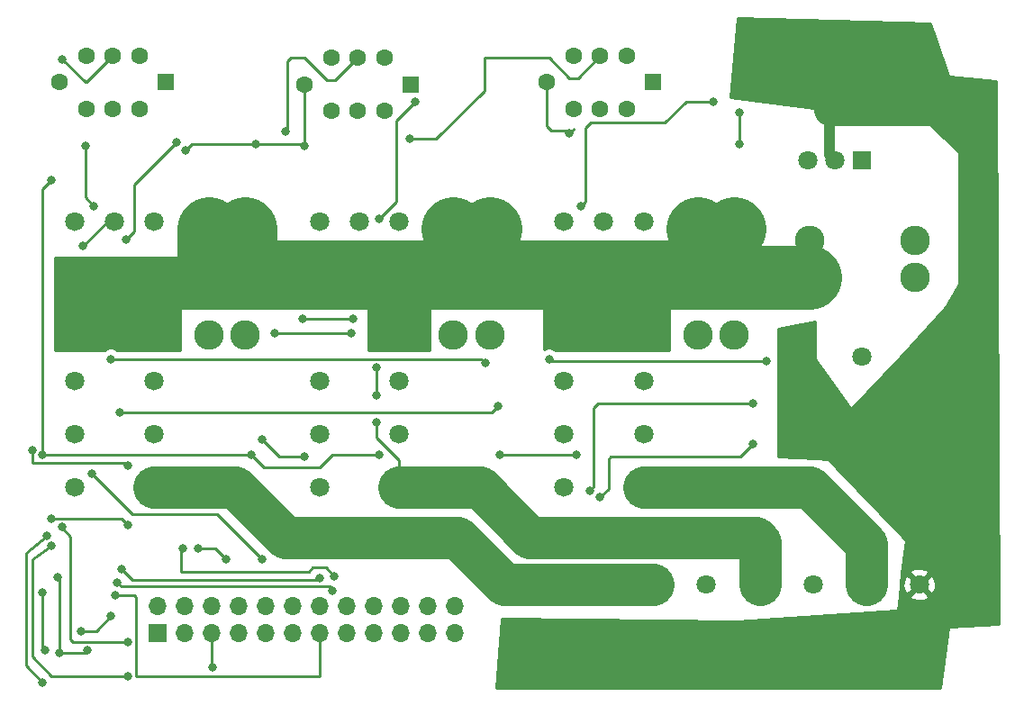
<source format=gbr>
%TF.GenerationSoftware,KiCad,Pcbnew,(5.1.9-0-10_14)*%
%TF.CreationDate,2021-04-23T09:03:30-07:00*%
%TF.ProjectId,thundipiswitch2,7468756e-6469-4706-9973-776974636832,rev?*%
%TF.SameCoordinates,Original*%
%TF.FileFunction,Copper,L2,Bot*%
%TF.FilePolarity,Positive*%
%FSLAX46Y46*%
G04 Gerber Fmt 4.6, Leading zero omitted, Abs format (unit mm)*
G04 Created by KiCad (PCBNEW (5.1.9-0-10_14)) date 2021-04-23 09:03:30*
%MOMM*%
%LPD*%
G01*
G04 APERTURE LIST*
%TA.AperFunction,ComponentPad*%
%ADD10C,1.600000*%
%TD*%
%TA.AperFunction,ComponentPad*%
%ADD11R,1.600000X1.600000*%
%TD*%
%TA.AperFunction,ComponentPad*%
%ADD12O,1.700000X1.700000*%
%TD*%
%TA.AperFunction,ComponentPad*%
%ADD13R,1.700000X1.700000*%
%TD*%
%TA.AperFunction,ComponentPad*%
%ADD14R,1.800000X1.800000*%
%TD*%
%TA.AperFunction,ComponentPad*%
%ADD15C,1.800000*%
%TD*%
%TA.AperFunction,ComponentPad*%
%ADD16C,1.808000*%
%TD*%
%TA.AperFunction,ComponentPad*%
%ADD17C,1.803400*%
%TD*%
%TA.AperFunction,ComponentPad*%
%ADD18C,2.780000*%
%TD*%
%TA.AperFunction,ViaPad*%
%ADD19C,0.800000*%
%TD*%
%TA.AperFunction,Conductor*%
%ADD20C,0.250000*%
%TD*%
%TA.AperFunction,Conductor*%
%ADD21C,6.000000*%
%TD*%
%TA.AperFunction,Conductor*%
%ADD22C,3.000000*%
%TD*%
%TA.AperFunction,Conductor*%
%ADD23C,1.000000*%
%TD*%
%TA.AperFunction,Conductor*%
%ADD24C,4.000000*%
%TD*%
%TA.AperFunction,Conductor*%
%ADD25C,0.254000*%
%TD*%
%TA.AperFunction,Conductor*%
%ADD26C,0.100000*%
%TD*%
G04 APERTURE END LIST*
D10*
%TO.P,S2,1*%
%TO.N,Net-(S2-Pad1)*%
X127100000Y-59700000D03*
%TO.P,S2,2*%
%TO.N,/Button1*%
X124600000Y-59700000D03*
%TO.P,S2,3*%
%TO.N,GND*%
X122100000Y-59700000D03*
%TO.P,S2,4*%
%TO.N,Net-(S2-Pad4)*%
X127100000Y-64700000D03*
%TO.P,S2,5*%
%TO.N,Net-(S2-Pad5)*%
X124600000Y-64700000D03*
%TO.P,S2,6*%
%TO.N,Net-(S2-Pad6)*%
X122100000Y-64700000D03*
D11*
%TO.P,S2,L1*%
%TO.N,Net-(R8-Pad2)*%
X129600000Y-62200000D03*
D10*
%TO.P,S2,L2*%
%TO.N,GND*%
X119600000Y-62200000D03*
%TD*%
%TO.P,S1,1*%
%TO.N,Net-(S1-Pad1)*%
X150100000Y-59900000D03*
%TO.P,S1,2*%
%TO.N,/Button2*%
X147600000Y-59900000D03*
%TO.P,S1,3*%
%TO.N,GND*%
X145100000Y-59900000D03*
%TO.P,S1,4*%
%TO.N,Net-(S1-Pad4)*%
X150100000Y-64900000D03*
%TO.P,S1,5*%
%TO.N,Net-(S1-Pad5)*%
X147600000Y-64900000D03*
%TO.P,S1,6*%
%TO.N,Net-(S1-Pad6)*%
X145100000Y-64900000D03*
D11*
%TO.P,S1,L1*%
%TO.N,Net-(R6-Pad2)*%
X152600000Y-62400000D03*
D10*
%TO.P,S1,L2*%
%TO.N,GND*%
X142600000Y-62400000D03*
%TD*%
%TO.P,S3,1*%
%TO.N,Net-(S3-Pad1)*%
X172900000Y-59700000D03*
%TO.P,S3,2*%
%TO.N,/Button3*%
X170400000Y-59700000D03*
%TO.P,S3,3*%
%TO.N,GND*%
X167900000Y-59700000D03*
%TO.P,S3,4*%
%TO.N,Net-(S3-Pad4)*%
X172900000Y-64700000D03*
%TO.P,S3,5*%
%TO.N,Net-(S3-Pad5)*%
X170400000Y-64700000D03*
%TO.P,S3,6*%
%TO.N,Net-(S3-Pad6)*%
X167900000Y-64700000D03*
D11*
%TO.P,S3,L1*%
%TO.N,Net-(R12-Pad2)*%
X175400000Y-62200000D03*
D10*
%TO.P,S3,L2*%
%TO.N,GND*%
X165400000Y-62200000D03*
%TD*%
D12*
%TO.P,J2,24*%
%TO.N,Net-(J2-Pad24)*%
X156740000Y-111460000D03*
%TO.P,J2,23*%
%TO.N,Net-(J2-Pad23)*%
X156740000Y-114000000D03*
%TO.P,J2,22*%
%TO.N,Net-(J2-Pad22)*%
X154200000Y-111460000D03*
%TO.P,J2,21*%
%TO.N,Net-(J2-Pad21)*%
X154200000Y-114000000D03*
%TO.P,J2,20*%
%TO.N,Net-(J2-Pad20)*%
X151660000Y-111460000D03*
%TO.P,J2,19*%
%TO.N,Net-(J2-Pad19)*%
X151660000Y-114000000D03*
%TO.P,J2,18*%
%TO.N,Net-(J2-Pad18)*%
X149120000Y-111460000D03*
%TO.P,J2,17*%
%TO.N,Net-(J2-Pad17)*%
X149120000Y-114000000D03*
%TO.P,J2,16*%
%TO.N,/INA3221_TC*%
X146580000Y-111460000D03*
%TO.P,J2,15*%
%TO.N,/INA3221_CRITICAL*%
X146580000Y-114000000D03*
%TO.P,J2,14*%
%TO.N,/INA3221_PV*%
X144040000Y-111460000D03*
%TO.P,J2,13*%
%TO.N,/INA3221_WARNING*%
X144040000Y-114000000D03*
%TO.P,J2,12*%
%TO.N,/SDA*%
X141500000Y-111460000D03*
%TO.P,J2,11*%
%TO.N,/SCL*%
X141500000Y-114000000D03*
%TO.P,J2,10*%
%TO.N,Net-(J2-Pad10)*%
X138960000Y-111460000D03*
%TO.P,J2,9*%
%TO.N,/Button3*%
X138960000Y-114000000D03*
%TO.P,J2,8*%
%TO.N,/Button2*%
X136420000Y-111460000D03*
%TO.P,J2,7*%
%TO.N,/Button1*%
X136420000Y-114000000D03*
%TO.P,J2,6*%
%TO.N,GND*%
X133880000Y-111460000D03*
%TO.P,J2,5*%
X133880000Y-114000000D03*
%TO.P,J2,4*%
%TO.N,+3V3*%
X131340000Y-111460000D03*
%TO.P,J2,3*%
%TO.N,+5V*%
X131340000Y-114000000D03*
%TO.P,J2,2*%
%TO.N,+3V3*%
X128800000Y-111460000D03*
D13*
%TO.P,J2,1*%
%TO.N,+5V*%
X128800000Y-114000000D03*
%TD*%
D14*
%TO.P,U1,1*%
%TO.N,+12V*%
X195000000Y-69500000D03*
D15*
%TO.P,U1,2*%
%TO.N,GND*%
X192460000Y-69500000D03*
%TO.P,U1,3*%
%TO.N,+5V*%
X189920000Y-69500000D03*
%TD*%
D16*
%TO.P,K3,1*%
%TO.N,Net-(D5-Pad2)*%
X167000000Y-75300008D03*
%TO.P,K3,2*%
%TO.N,Net-(K3-Pad2)*%
X167000000Y-90300008D03*
%TO.P,K3,3*%
%TO.N,Net-(K3-Pad3)*%
X167000000Y-95300008D03*
%TO.P,K3,4*%
%TO.N,Net-(K3-Pad4)*%
X167000000Y-100300008D03*
%TO.P,K3,5*%
%TO.N,/Relay3_NO*%
X174500000Y-100300008D03*
%TO.P,K3,6*%
%TO.N,/Relay3_C*%
X174500000Y-95300008D03*
%TO.P,K3,7*%
%TO.N,/Relay3_NC*%
X174500000Y-90300008D03*
%TO.P,K3,8*%
%TO.N,Net-(D6-Pad2)*%
X174500000Y-75300008D03*
%TO.P,K3,9*%
%TO.N,+5V*%
X170750000Y-75300008D03*
%TD*%
%TO.P,K2,1*%
%TO.N,Net-(D3-Pad2)*%
X144000000Y-75300008D03*
%TO.P,K2,2*%
%TO.N,Net-(K2-Pad2)*%
X144000000Y-90300008D03*
%TO.P,K2,3*%
%TO.N,Net-(K2-Pad3)*%
X144000000Y-95300008D03*
%TO.P,K2,4*%
%TO.N,Net-(K2-Pad4)*%
X144000000Y-100300008D03*
%TO.P,K2,5*%
%TO.N,/Relay2_NO*%
X151500000Y-100300008D03*
%TO.P,K2,6*%
%TO.N,/Relay2_C*%
X151500000Y-95300008D03*
%TO.P,K2,7*%
%TO.N,/Relay2_NC*%
X151500000Y-90300008D03*
%TO.P,K2,8*%
%TO.N,Net-(D4-Pad2)*%
X151500000Y-75300008D03*
%TO.P,K2,9*%
%TO.N,+5V*%
X147750000Y-75300008D03*
%TD*%
%TO.P,K1,1*%
%TO.N,Net-(D1-Pad2)*%
X121000000Y-75300008D03*
%TO.P,K1,2*%
%TO.N,Net-(K1-Pad2)*%
X121000000Y-90300008D03*
%TO.P,K1,3*%
%TO.N,Net-(K1-Pad3)*%
X121000000Y-95300008D03*
%TO.P,K1,4*%
%TO.N,Net-(K1-Pad4)*%
X121000000Y-100300008D03*
%TO.P,K1,5*%
%TO.N,/Relay1_NO*%
X128500000Y-100300008D03*
%TO.P,K1,6*%
%TO.N,/Relay1_C*%
X128500000Y-95300008D03*
%TO.P,K1,7*%
%TO.N,/Relay1_NC*%
X128500000Y-90300008D03*
%TO.P,K1,8*%
%TO.N,Net-(D2-Pad2)*%
X128500000Y-75300008D03*
%TO.P,K1,9*%
%TO.N,+5V*%
X124750000Y-75300008D03*
%TD*%
D17*
%TO.P,J4,1*%
%TO.N,/Relay1_NO*%
X175400000Y-109400000D03*
%TO.P,J4,2*%
%TO.N,GND*%
X180400000Y-109400000D03*
%TO.P,J4,3*%
%TO.N,/Relay2_NO*%
X185400000Y-109400000D03*
%TO.P,J4,4*%
%TO.N,GND*%
X190400001Y-109400000D03*
%TO.P,J4,5*%
%TO.N,/Relay3_NO*%
X195400001Y-109400000D03*
%TO.P,J4,6*%
%TO.N,GND*%
X200400001Y-109400000D03*
%TD*%
%TO.P,J1,2*%
%TO.N,Net-(F4-Pad1)*%
X195000000Y-87979999D03*
%TO.P,J1,1*%
%TO.N,GND*%
X195000000Y-97500000D03*
%TD*%
D18*
%TO.P,F3,2*%
%TO.N,Net-(F3-Pad2)*%
X179600000Y-85920000D03*
X183000000Y-85920000D03*
%TO.P,F3,1*%
%TO.N,+12V*%
X179600000Y-76000000D03*
X183000000Y-76000000D03*
%TD*%
%TO.P,F2,2*%
%TO.N,Net-(F2-Pad2)*%
X156600000Y-85920000D03*
X160000000Y-85920000D03*
%TO.P,F2,1*%
%TO.N,+12V*%
X156600000Y-76000000D03*
X160000000Y-76000000D03*
%TD*%
%TO.P,F4,2*%
%TO.N,+12V*%
X190080000Y-77100000D03*
X190080000Y-80500000D03*
%TO.P,F4,1*%
%TO.N,Net-(F4-Pad1)*%
X200000000Y-77100000D03*
X200000000Y-80500000D03*
%TD*%
%TO.P,F1,2*%
%TO.N,Net-(F1-Pad2)*%
X133600000Y-85920000D03*
X137000000Y-85920000D03*
%TO.P,F1,1*%
%TO.N,+12V*%
X133600000Y-76000000D03*
X137000000Y-76000000D03*
%TD*%
D19*
%TO.N,+5V*%
X126000000Y-114800000D03*
X121800000Y-77600000D03*
X119800000Y-104000000D03*
%TO.N,+12V*%
X123600000Y-80600000D03*
%TO.N,GND*%
X168200000Y-97200000D03*
X161000000Y-97200000D03*
X137600000Y-97200000D03*
X149600000Y-97200000D03*
X118000000Y-97200000D03*
X118000000Y-110200000D03*
X118200000Y-115600000D03*
X134000000Y-117200000D03*
X118800000Y-71400000D03*
X138000000Y-68000000D03*
X131400000Y-68600000D03*
X142600000Y-68200000D03*
X167500000Y-67000000D03*
X183500000Y-68000000D03*
X183500000Y-65000000D03*
%TO.N,/Relay3_SET*%
X165600000Y-88200000D03*
X186000000Y-88400000D03*
%TO.N,/Relay2_RESET*%
X142400000Y-84400000D03*
X147200000Y-84400000D03*
%TO.N,/Relay1_RESET*%
X138600000Y-107000000D03*
X122600000Y-99000000D03*
X122800000Y-73800000D03*
X122000000Y-68200000D03*
%TO.N,/Relay1_SET*%
X139800000Y-85800000D03*
X147000000Y-85800000D03*
%TO.N,/INA3221_TC*%
X145400000Y-108600000D03*
X131200000Y-106000000D03*
%TO.N,/INA3221_CRITICAL*%
X145200000Y-110000000D03*
X125000000Y-109200000D03*
%TO.N,/INA3221_PV*%
X144000000Y-108800000D03*
X125400000Y-108000000D03*
%TO.N,/INA3221_WARNING*%
X124800000Y-110400000D03*
%TO.N,+3V3*%
X121600000Y-113800000D03*
X124400000Y-112400000D03*
X117000000Y-96800000D03*
X126000000Y-98200000D03*
X122200000Y-115600000D03*
X119600000Y-115800000D03*
X119400000Y-108700000D03*
%TO.N,/Relay3_NO*%
X168600000Y-73800000D03*
X181000000Y-64000000D03*
%TO.N,/Relay2_NO*%
X149600000Y-75000000D03*
X149400000Y-89000000D03*
X149400000Y-91600000D03*
X149400000Y-94200000D03*
X153000000Y-64000000D03*
%TO.N,/Relay1_NO*%
X125800000Y-77000000D03*
X130600000Y-67800000D03*
%TO.N,/Button3*%
X152500000Y-67500000D03*
%TO.N,/Button2*%
X140800000Y-66800000D03*
%TO.N,/Button1*%
X135200000Y-107000000D03*
X132600000Y-106000000D03*
X126000000Y-103800000D03*
X118800000Y-103200000D03*
X119800000Y-60000000D03*
%TO.N,Net-(R1-Pad3)*%
X142600000Y-97400000D03*
X138600000Y-95800000D03*
%TO.N,Net-(R2-Pad2)*%
X159600000Y-88600000D03*
X124400000Y-88200000D03*
%TO.N,Net-(R2-Pad3)*%
X125200000Y-93200000D03*
X160800000Y-92600000D03*
%TO.N,Net-(R3-Pad2)*%
X184800000Y-92400000D03*
X169400000Y-100600000D03*
X118800000Y-105800000D03*
X126000000Y-118000000D03*
%TO.N,Net-(R3-Pad3)*%
X184800000Y-96200000D03*
X170400000Y-101200000D03*
X118400000Y-104800000D03*
X118000000Y-118600000D03*
%TD*%
D20*
%TO.N,+5V*%
X120800000Y-114800000D02*
X126000000Y-114800000D01*
X120600000Y-114600000D02*
X120800000Y-114800000D01*
X120600000Y-109400000D02*
X120600000Y-109600000D01*
X120600000Y-109600000D02*
X120600000Y-114600000D01*
X124099992Y-75300008D02*
X124750000Y-75300008D01*
X121800000Y-77600000D02*
X124099992Y-75300008D01*
X119800000Y-104200000D02*
X119800000Y-104000000D01*
X119800000Y-104000000D02*
X119800000Y-104100000D01*
X120600000Y-104900000D02*
X120600000Y-109600000D01*
X119800000Y-104100000D02*
X120600000Y-104900000D01*
D21*
%TO.N,+12V*%
X190080000Y-80500000D02*
X181500000Y-80500000D01*
X181500000Y-80500000D02*
X158500000Y-80500000D01*
X158500000Y-80500000D02*
X135800000Y-80500000D01*
X135800000Y-80500000D02*
X135500000Y-80500000D01*
X133600000Y-78600000D02*
X133600000Y-76000000D01*
X135500000Y-80500000D02*
X133600000Y-78600000D01*
X137000000Y-76000000D02*
X137000000Y-79000000D01*
X137000000Y-79000000D02*
X135500000Y-80500000D01*
X158500000Y-80500000D02*
X158500000Y-77900000D01*
X158500000Y-77900000D02*
X156600000Y-76000000D01*
X158500000Y-80500000D02*
X158500000Y-77500000D01*
X158500000Y-77500000D02*
X160000000Y-76000000D01*
X181500000Y-80500000D02*
X181500000Y-77900000D01*
X181500000Y-77900000D02*
X179600000Y-76000000D01*
X181500000Y-80500000D02*
X181500000Y-77500000D01*
X181500000Y-77500000D02*
X183000000Y-76000000D01*
D20*
X131700000Y-80500000D02*
X133600000Y-78600000D01*
X123700000Y-80500000D02*
X131700000Y-80500000D01*
X123600000Y-80600000D02*
X123700000Y-80500000D01*
%TO.N,GND*%
X168200000Y-97200000D02*
X168200000Y-97200000D01*
X168200000Y-97200000D02*
X161000000Y-97200000D01*
X137600000Y-97200000D02*
X138800000Y-98400000D01*
X149600000Y-97200000D02*
X145200000Y-97200000D01*
X145200000Y-97200000D02*
X144000000Y-98400000D01*
X144000000Y-98400000D02*
X138800000Y-98400000D01*
X137600000Y-97200000D02*
X118000000Y-97200000D01*
X133880000Y-114000000D02*
X133880000Y-117080000D01*
X118000000Y-115400000D02*
X118000000Y-110200000D01*
X118200000Y-115600000D02*
X118000000Y-115400000D01*
X133880000Y-117080000D02*
X134000000Y-117200000D01*
X118000000Y-97200000D02*
X118000000Y-72200000D01*
X118000000Y-72200000D02*
X118800000Y-71400000D01*
X132000000Y-68000000D02*
X138000000Y-68000000D01*
X131400000Y-68600000D02*
X132000000Y-68000000D01*
X138000000Y-68000000D02*
X142400000Y-68000000D01*
X142400000Y-68000000D02*
X142600000Y-68200000D01*
X142600000Y-68200000D02*
X142600000Y-62400000D01*
X167500000Y-67000000D02*
X167800000Y-66700000D01*
X167800000Y-66700000D02*
X167900000Y-66600000D01*
X183500000Y-65000000D02*
X183500000Y-68000000D01*
D22*
X195000000Y-97500000D02*
X196000000Y-97500000D01*
D23*
X192000000Y-69040000D02*
X192460000Y-69500000D01*
X192000000Y-64750000D02*
X192000000Y-69040000D01*
D22*
X196000000Y-97500000D02*
X206000000Y-87500000D01*
X206000000Y-87500000D02*
X206000000Y-67750000D01*
X206000000Y-67750000D02*
X203000000Y-64750000D01*
X203000000Y-64750000D02*
X192000000Y-64750000D01*
D20*
X167800000Y-66700000D02*
X165800000Y-66700000D01*
X165400000Y-66300000D02*
X165400000Y-62200000D01*
X165800000Y-66700000D02*
X165400000Y-66300000D01*
%TO.N,/Relay3_SET*%
X165600000Y-88200000D02*
X165800000Y-88400000D01*
X165800000Y-88400000D02*
X186000000Y-88400000D01*
%TO.N,/Relay2_RESET*%
X147200000Y-84400000D02*
X142400000Y-84400000D01*
%TO.N,/Relay1_RESET*%
X138600000Y-107000000D02*
X134400000Y-102800000D01*
X134400000Y-102800000D02*
X126400000Y-102800000D01*
X126400000Y-102800000D02*
X122600000Y-99000000D01*
X122800000Y-73800000D02*
X122000000Y-73000000D01*
X122000000Y-73000000D02*
X122000000Y-68200000D01*
%TO.N,/Relay1_SET*%
X147000000Y-85800000D02*
X139800000Y-85800000D01*
%TO.N,/INA3221_TC*%
X144600000Y-107800000D02*
X145400000Y-108600000D01*
X143400000Y-107800000D02*
X144600000Y-107800000D01*
X143000000Y-108200000D02*
X143400000Y-107800000D01*
X131000000Y-108200000D02*
X143000000Y-108200000D01*
X131200000Y-106000000D02*
X131000000Y-106200000D01*
X131000000Y-106200000D02*
X131000000Y-108200000D01*
%TO.N,/INA3221_CRITICAL*%
X145200000Y-109800000D02*
X145200000Y-110000000D01*
X145000000Y-109600000D02*
X145200000Y-109800000D01*
X132000000Y-109600000D02*
X145000000Y-109600000D01*
X125000000Y-109200000D02*
X125400000Y-109600000D01*
X125400000Y-109600000D02*
X132000000Y-109600000D01*
%TO.N,/INA3221_PV*%
X144000000Y-109000000D02*
X144000000Y-108800000D01*
X131600000Y-109000000D02*
X144000000Y-109000000D01*
X126400000Y-109000000D02*
X131600000Y-109000000D01*
X125400000Y-108000000D02*
X126400000Y-109000000D01*
%TO.N,/INA3221_WARNING*%
X144040000Y-117960000D02*
X144040000Y-114000000D01*
X144000000Y-118000000D02*
X144040000Y-117960000D01*
X126800000Y-118000000D02*
X144000000Y-118000000D01*
X126800000Y-115600000D02*
X126800000Y-118000000D01*
X124800000Y-110400000D02*
X126600000Y-110400000D01*
X126600000Y-110400000D02*
X126800000Y-110600000D01*
X126800000Y-110600000D02*
X126800000Y-115600000D01*
%TO.N,+3V3*%
X123000000Y-113800000D02*
X121600000Y-113800000D01*
X124400000Y-112400000D02*
X123000000Y-113800000D01*
X117000000Y-98000000D02*
X117000000Y-96800000D01*
X118400000Y-98000000D02*
X117000000Y-98000000D01*
X125800000Y-98000000D02*
X118400000Y-98000000D01*
X126000000Y-98200000D02*
X125800000Y-98000000D01*
X122200000Y-115600000D02*
X122000000Y-115800000D01*
X122000000Y-115800000D02*
X119600000Y-115800000D01*
X119600000Y-115800000D02*
X119600000Y-108900000D01*
X119600000Y-108900000D02*
X119400000Y-108700000D01*
D24*
%TO.N,/Relay3_NO*%
X174500000Y-100300008D02*
X190100008Y-100300008D01*
X195400001Y-105600001D02*
X195400001Y-109400000D01*
X190100008Y-100300008D02*
X195400001Y-105600001D01*
D20*
X169000000Y-73400000D02*
X169000000Y-67500000D01*
X169000000Y-67500000D02*
X169000000Y-67200000D01*
X168600000Y-73800000D02*
X169000000Y-73400000D01*
X169000000Y-67500000D02*
X169000000Y-66500000D01*
X178500000Y-64000000D02*
X181000000Y-64000000D01*
X176500000Y-66000000D02*
X178500000Y-64000000D01*
X169500000Y-66000000D02*
X176500000Y-66000000D01*
X169000000Y-66500000D02*
X169500000Y-66000000D01*
D24*
%TO.N,/Relay2_NO*%
X151500000Y-100300008D02*
X159100008Y-100300008D01*
X185400000Y-105400000D02*
X185400000Y-109400000D01*
X185000000Y-105000000D02*
X185400000Y-105400000D01*
X163800000Y-105000000D02*
X185000000Y-105000000D01*
X159100008Y-100300008D02*
X163800000Y-105000000D01*
D20*
X151500000Y-100300008D02*
X151500000Y-97700000D01*
X151200000Y-73400000D02*
X151200000Y-66500000D01*
X151200000Y-66500000D02*
X151200000Y-66400000D01*
X149600000Y-75000000D02*
X151200000Y-73400000D01*
X149400000Y-91600000D02*
X149400000Y-89000000D01*
X149400000Y-95600000D02*
X149400000Y-94200000D01*
X151500000Y-97700000D02*
X149400000Y-95600000D01*
X151200000Y-66500000D02*
X151200000Y-65800000D01*
X151200000Y-65800000D02*
X153000000Y-64000000D01*
D24*
%TO.N,/Relay1_NO*%
X128500000Y-100300008D02*
X136100008Y-100300008D01*
X161400000Y-109400000D02*
X175400000Y-109400000D01*
X157000000Y-105000000D02*
X161400000Y-109400000D01*
X140800000Y-105000000D02*
X157000000Y-105000000D01*
X136100008Y-100300008D02*
X140800000Y-105000000D01*
D20*
X125800000Y-77000000D02*
X126600000Y-76200000D01*
X126600000Y-76200000D02*
X126600000Y-71800000D01*
X126600000Y-71800000D02*
X130600000Y-67800000D01*
%TO.N,/Button3*%
X159500000Y-63000000D02*
X159500000Y-60600000D01*
X159500000Y-60600000D02*
X159500000Y-60500000D01*
X155000000Y-67500000D02*
X159500000Y-63000000D01*
X152500000Y-67500000D02*
X155000000Y-67500000D01*
X159500000Y-60600000D02*
X159500000Y-59900000D01*
X168300000Y-61800000D02*
X170400000Y-59700000D01*
X167500000Y-61800000D02*
X168300000Y-61800000D01*
X165600000Y-59900000D02*
X167500000Y-61800000D01*
X159500000Y-59900000D02*
X165600000Y-59900000D01*
%TO.N,/Button2*%
X145500000Y-62000000D02*
X147600000Y-59900000D01*
X144700000Y-62000000D02*
X145500000Y-62000000D01*
X142600000Y-59900000D02*
X144700000Y-62000000D01*
X141300000Y-59900000D02*
X142600000Y-59900000D01*
X140800000Y-66800000D02*
X141000000Y-66600000D01*
X141000000Y-66600000D02*
X141000000Y-60200000D01*
X141000000Y-60200000D02*
X141300000Y-59900000D01*
%TO.N,/Button1*%
X135200000Y-107000000D02*
X134200000Y-106000000D01*
X134200000Y-106000000D02*
X132600000Y-106000000D01*
X126000000Y-103800000D02*
X125400000Y-103200000D01*
X125400000Y-103200000D02*
X118800000Y-103200000D01*
X122100000Y-62200000D02*
X124600000Y-59700000D01*
X122000000Y-62200000D02*
X122100000Y-62200000D01*
X119800000Y-60000000D02*
X122000000Y-62200000D01*
%TO.N,Net-(R1-Pad3)*%
X140200000Y-97400000D02*
X142600000Y-97400000D01*
X138600000Y-95800000D02*
X140200000Y-97400000D01*
%TO.N,Net-(R2-Pad2)*%
X159200000Y-88200000D02*
X131600000Y-88200000D01*
X159600000Y-88600000D02*
X159200000Y-88200000D01*
X124400000Y-88200000D02*
X131600000Y-88200000D01*
%TO.N,Net-(R2-Pad3)*%
X160200000Y-93200000D02*
X125200000Y-93200000D01*
X160800000Y-92600000D02*
X160200000Y-93200000D01*
%TO.N,Net-(R3-Pad2)*%
X170200000Y-92400000D02*
X184800000Y-92400000D01*
X169800000Y-92800000D02*
X170200000Y-92400000D01*
X169800000Y-100200000D02*
X169800000Y-92800000D01*
X169400000Y-100600000D02*
X169800000Y-100200000D01*
X118800000Y-118000000D02*
X120600000Y-118000000D01*
X117000000Y-116200000D02*
X118800000Y-118000000D01*
X117000000Y-107000000D02*
X117000000Y-108750000D01*
X117000000Y-108750000D02*
X117000000Y-116200000D01*
X118800000Y-105800000D02*
X117000000Y-107000000D01*
X120600000Y-118000000D02*
X126000000Y-118000000D01*
%TO.N,Net-(R3-Pad3)*%
X183600000Y-97400000D02*
X184800000Y-96200000D01*
X171400000Y-97400000D02*
X183600000Y-97400000D01*
X171200000Y-97600000D02*
X171400000Y-97400000D01*
X171200000Y-100400000D02*
X171200000Y-97600000D01*
X170400000Y-101200000D02*
X171200000Y-100400000D01*
X116400000Y-117000000D02*
X118000000Y-118600000D01*
X116400000Y-106400000D02*
X116400000Y-117000000D01*
X118400000Y-104800000D02*
X116400000Y-106400000D01*
%TD*%
D25*
%TO.N,GND*%
X201409040Y-56624555D02*
X203130130Y-61541955D01*
X203140618Y-61564534D01*
X203155310Y-61584633D01*
X203173640Y-61601480D01*
X203194905Y-61614427D01*
X203218288Y-61622977D01*
X203235975Y-61626223D01*
X207623554Y-62113732D01*
X207872411Y-113129540D01*
X203243325Y-113373176D01*
X203218711Y-113376915D01*
X203195300Y-113385384D01*
X203173990Y-113398258D01*
X203155602Y-113415041D01*
X203140841Y-113435090D01*
X203130275Y-113457633D01*
X203124067Y-113483574D01*
X202388490Y-119123000D01*
X160636755Y-119123000D01*
X161117842Y-112628332D01*
X183248573Y-112876992D01*
X183258448Y-112876719D01*
X198258448Y-111876719D01*
X198283007Y-111872636D01*
X198306298Y-111863840D01*
X198327425Y-111850669D01*
X198345577Y-111833630D01*
X198360056Y-111813377D01*
X198370306Y-111790688D01*
X198376163Y-111764557D01*
X198526078Y-110465293D01*
X199514313Y-110465293D01*
X199598202Y-110719647D01*
X199871059Y-110850714D01*
X200164242Y-110926030D01*
X200466487Y-110942703D01*
X200766176Y-110900090D01*
X201051793Y-110799829D01*
X201201800Y-110719647D01*
X201285689Y-110465293D01*
X200400001Y-109579605D01*
X199514313Y-110465293D01*
X198526078Y-110465293D01*
X198641325Y-109466486D01*
X198857298Y-109466486D01*
X198899911Y-109766175D01*
X199000172Y-110051792D01*
X199080354Y-110201799D01*
X199334708Y-110285688D01*
X200220396Y-109400000D01*
X200579606Y-109400000D01*
X201465294Y-110285688D01*
X201719648Y-110201799D01*
X201850715Y-109928942D01*
X201926031Y-109635759D01*
X201942704Y-109333514D01*
X201900091Y-109033825D01*
X201799830Y-108748208D01*
X201719648Y-108598201D01*
X201465294Y-108514312D01*
X200579606Y-109400000D01*
X200220396Y-109400000D01*
X199334708Y-108514312D01*
X199080354Y-108598201D01*
X198949287Y-108871058D01*
X198873971Y-109164241D01*
X198857298Y-109466486D01*
X198641325Y-109466486D01*
X198771914Y-108334707D01*
X199514313Y-108334707D01*
X200400001Y-109220395D01*
X201285689Y-108334707D01*
X201201800Y-108080353D01*
X200928943Y-107949286D01*
X200635760Y-107873970D01*
X200333515Y-107857297D01*
X200033826Y-107899910D01*
X199748209Y-108000171D01*
X199598202Y-108080353D01*
X199514313Y-108334707D01*
X198771914Y-108334707D01*
X199126163Y-105264557D01*
X199126579Y-105239664D01*
X199122130Y-105215169D01*
X199112988Y-105192012D01*
X199091312Y-105161732D01*
X192714755Y-98565293D01*
X194114312Y-98565293D01*
X194198201Y-98819647D01*
X194471058Y-98950714D01*
X194764241Y-99026030D01*
X195066486Y-99042703D01*
X195366175Y-99000090D01*
X195651792Y-98899829D01*
X195801799Y-98819647D01*
X195885688Y-98565293D01*
X195000000Y-97679605D01*
X194114312Y-98565293D01*
X192714755Y-98565293D01*
X191841312Y-97661732D01*
X191822337Y-97645614D01*
X191800582Y-97633508D01*
X191776884Y-97625878D01*
X191756675Y-97623176D01*
X190679565Y-97566486D01*
X193457297Y-97566486D01*
X193499910Y-97866175D01*
X193600171Y-98151792D01*
X193680353Y-98301799D01*
X193934707Y-98385688D01*
X194820395Y-97500000D01*
X195179605Y-97500000D01*
X196065293Y-98385688D01*
X196319647Y-98301799D01*
X196450714Y-98028942D01*
X196526030Y-97735759D01*
X196542703Y-97433514D01*
X196500090Y-97133825D01*
X196399829Y-96848208D01*
X196319647Y-96698201D01*
X196065293Y-96614312D01*
X195179605Y-97500000D01*
X194820395Y-97500000D01*
X193934707Y-96614312D01*
X193680353Y-96698201D01*
X193549286Y-96971058D01*
X193473970Y-97264241D01*
X193457297Y-97566486D01*
X190679565Y-97566486D01*
X187127000Y-97379509D01*
X187127000Y-96434707D01*
X194114312Y-96434707D01*
X195000000Y-97320395D01*
X195885688Y-96434707D01*
X195801799Y-96180353D01*
X195528942Y-96049286D01*
X195235759Y-95973970D01*
X194933514Y-95957297D01*
X194633825Y-95999910D01*
X194348208Y-96100171D01*
X194198201Y-96180353D01*
X194114312Y-96434707D01*
X187127000Y-96434707D01*
X187127000Y-85354115D01*
X190623000Y-84654915D01*
X190623000Y-88250000D01*
X190625440Y-88274776D01*
X190632667Y-88298601D01*
X190647044Y-88324357D01*
X193897044Y-92824357D01*
X193913528Y-92843014D01*
X193933336Y-92858097D01*
X193955706Y-92869025D01*
X193979777Y-92875380D01*
X194004626Y-92876916D01*
X194029298Y-92873574D01*
X194052843Y-92865484D01*
X194074357Y-92852956D01*
X194092075Y-92837471D01*
X198842075Y-87837471D01*
X198844921Y-87834374D01*
X202844921Y-83334374D01*
X202857696Y-83317310D01*
X204107696Y-81317310D01*
X204118758Y-81295006D01*
X204125256Y-81270973D01*
X204127000Y-81250000D01*
X204127000Y-68750000D01*
X204124560Y-68725224D01*
X204117333Y-68701399D01*
X204105597Y-68679443D01*
X204085817Y-68656381D01*
X201085817Y-65906381D01*
X201065904Y-65891438D01*
X201043458Y-65880667D01*
X201015013Y-65873890D01*
X190515244Y-64623917D01*
X182638306Y-63639300D01*
X183364993Y-56130198D01*
X201409040Y-56624555D01*
%TA.AperFunction,Conductor*%
D26*
G36*
X201409040Y-56624555D02*
G01*
X203130130Y-61541955D01*
X203140618Y-61564534D01*
X203155310Y-61584633D01*
X203173640Y-61601480D01*
X203194905Y-61614427D01*
X203218288Y-61622977D01*
X203235975Y-61626223D01*
X207623554Y-62113732D01*
X207872411Y-113129540D01*
X203243325Y-113373176D01*
X203218711Y-113376915D01*
X203195300Y-113385384D01*
X203173990Y-113398258D01*
X203155602Y-113415041D01*
X203140841Y-113435090D01*
X203130275Y-113457633D01*
X203124067Y-113483574D01*
X202388490Y-119123000D01*
X160636755Y-119123000D01*
X161117842Y-112628332D01*
X183248573Y-112876992D01*
X183258448Y-112876719D01*
X198258448Y-111876719D01*
X198283007Y-111872636D01*
X198306298Y-111863840D01*
X198327425Y-111850669D01*
X198345577Y-111833630D01*
X198360056Y-111813377D01*
X198370306Y-111790688D01*
X198376163Y-111764557D01*
X198526078Y-110465293D01*
X199514313Y-110465293D01*
X199598202Y-110719647D01*
X199871059Y-110850714D01*
X200164242Y-110926030D01*
X200466487Y-110942703D01*
X200766176Y-110900090D01*
X201051793Y-110799829D01*
X201201800Y-110719647D01*
X201285689Y-110465293D01*
X200400001Y-109579605D01*
X199514313Y-110465293D01*
X198526078Y-110465293D01*
X198641325Y-109466486D01*
X198857298Y-109466486D01*
X198899911Y-109766175D01*
X199000172Y-110051792D01*
X199080354Y-110201799D01*
X199334708Y-110285688D01*
X200220396Y-109400000D01*
X200579606Y-109400000D01*
X201465294Y-110285688D01*
X201719648Y-110201799D01*
X201850715Y-109928942D01*
X201926031Y-109635759D01*
X201942704Y-109333514D01*
X201900091Y-109033825D01*
X201799830Y-108748208D01*
X201719648Y-108598201D01*
X201465294Y-108514312D01*
X200579606Y-109400000D01*
X200220396Y-109400000D01*
X199334708Y-108514312D01*
X199080354Y-108598201D01*
X198949287Y-108871058D01*
X198873971Y-109164241D01*
X198857298Y-109466486D01*
X198641325Y-109466486D01*
X198771914Y-108334707D01*
X199514313Y-108334707D01*
X200400001Y-109220395D01*
X201285689Y-108334707D01*
X201201800Y-108080353D01*
X200928943Y-107949286D01*
X200635760Y-107873970D01*
X200333515Y-107857297D01*
X200033826Y-107899910D01*
X199748209Y-108000171D01*
X199598202Y-108080353D01*
X199514313Y-108334707D01*
X198771914Y-108334707D01*
X199126163Y-105264557D01*
X199126579Y-105239664D01*
X199122130Y-105215169D01*
X199112988Y-105192012D01*
X199091312Y-105161732D01*
X192714755Y-98565293D01*
X194114312Y-98565293D01*
X194198201Y-98819647D01*
X194471058Y-98950714D01*
X194764241Y-99026030D01*
X195066486Y-99042703D01*
X195366175Y-99000090D01*
X195651792Y-98899829D01*
X195801799Y-98819647D01*
X195885688Y-98565293D01*
X195000000Y-97679605D01*
X194114312Y-98565293D01*
X192714755Y-98565293D01*
X191841312Y-97661732D01*
X191822337Y-97645614D01*
X191800582Y-97633508D01*
X191776884Y-97625878D01*
X191756675Y-97623176D01*
X190679565Y-97566486D01*
X193457297Y-97566486D01*
X193499910Y-97866175D01*
X193600171Y-98151792D01*
X193680353Y-98301799D01*
X193934707Y-98385688D01*
X194820395Y-97500000D01*
X195179605Y-97500000D01*
X196065293Y-98385688D01*
X196319647Y-98301799D01*
X196450714Y-98028942D01*
X196526030Y-97735759D01*
X196542703Y-97433514D01*
X196500090Y-97133825D01*
X196399829Y-96848208D01*
X196319647Y-96698201D01*
X196065293Y-96614312D01*
X195179605Y-97500000D01*
X194820395Y-97500000D01*
X193934707Y-96614312D01*
X193680353Y-96698201D01*
X193549286Y-96971058D01*
X193473970Y-97264241D01*
X193457297Y-97566486D01*
X190679565Y-97566486D01*
X187127000Y-97379509D01*
X187127000Y-96434707D01*
X194114312Y-96434707D01*
X195000000Y-97320395D01*
X195885688Y-96434707D01*
X195801799Y-96180353D01*
X195528942Y-96049286D01*
X195235759Y-95973970D01*
X194933514Y-95957297D01*
X194633825Y-95999910D01*
X194348208Y-96100171D01*
X194198201Y-96180353D01*
X194114312Y-96434707D01*
X187127000Y-96434707D01*
X187127000Y-85354115D01*
X190623000Y-84654915D01*
X190623000Y-88250000D01*
X190625440Y-88274776D01*
X190632667Y-88298601D01*
X190647044Y-88324357D01*
X193897044Y-92824357D01*
X193913528Y-92843014D01*
X193933336Y-92858097D01*
X193955706Y-92869025D01*
X193979777Y-92875380D01*
X194004626Y-92876916D01*
X194029298Y-92873574D01*
X194052843Y-92865484D01*
X194074357Y-92852956D01*
X194092075Y-92837471D01*
X198842075Y-87837471D01*
X198844921Y-87834374D01*
X202844921Y-83334374D01*
X202857696Y-83317310D01*
X204107696Y-81317310D01*
X204118758Y-81295006D01*
X204125256Y-81270973D01*
X204127000Y-81250000D01*
X204127000Y-68750000D01*
X204124560Y-68725224D01*
X204117333Y-68701399D01*
X204105597Y-68679443D01*
X204085817Y-68656381D01*
X201085817Y-65906381D01*
X201065904Y-65891438D01*
X201043458Y-65880667D01*
X201015013Y-65873890D01*
X190515244Y-64623917D01*
X182638306Y-63639300D01*
X183364993Y-56130198D01*
X201409040Y-56624555D01*
G37*
%TD.AperFunction*%
%TD*%
D25*
%TO.N,+12V*%
X155186675Y-77233720D02*
X155293395Y-77127000D01*
X155652605Y-77127000D01*
X155366280Y-77413325D01*
X155509052Y-77717625D01*
X155865107Y-77897455D01*
X156249402Y-78004366D01*
X156647171Y-78034251D01*
X157043128Y-77985961D01*
X157422055Y-77861352D01*
X157690948Y-77717625D01*
X157833720Y-77413325D01*
X157547395Y-77127000D01*
X157906605Y-77127000D01*
X158013325Y-77233720D01*
X158240784Y-77127000D01*
X158359216Y-77127000D01*
X158586675Y-77233720D01*
X158693395Y-77127000D01*
X159052605Y-77127000D01*
X158766280Y-77413325D01*
X158909052Y-77717625D01*
X159265107Y-77897455D01*
X159649402Y-78004366D01*
X160047171Y-78034251D01*
X160443128Y-77985961D01*
X160822055Y-77861352D01*
X161090948Y-77717625D01*
X161233720Y-77413325D01*
X160947395Y-77127000D01*
X161306605Y-77127000D01*
X161413325Y-77233720D01*
X161640785Y-77127000D01*
X176873000Y-77127000D01*
X176873000Y-87373000D01*
X166225258Y-87373000D01*
X166090256Y-87282795D01*
X165901898Y-87204774D01*
X165701939Y-87165000D01*
X165498061Y-87165000D01*
X165298102Y-87204774D01*
X165127000Y-87275647D01*
X165127000Y-83500000D01*
X165124560Y-83475224D01*
X165117333Y-83451399D01*
X165105597Y-83429443D01*
X165089803Y-83410197D01*
X165070557Y-83394403D01*
X165048601Y-83382667D01*
X165024776Y-83375440D01*
X165000000Y-83373000D01*
X154500000Y-83373000D01*
X154475224Y-83375440D01*
X154451399Y-83382667D01*
X154429443Y-83394403D01*
X154410197Y-83410197D01*
X154394403Y-83429443D01*
X154382667Y-83451399D01*
X154375440Y-83475224D01*
X154373000Y-83500000D01*
X154373000Y-87373000D01*
X148627000Y-87373000D01*
X148627000Y-83500000D01*
X148624560Y-83475224D01*
X148617333Y-83451399D01*
X148605597Y-83429443D01*
X148589803Y-83410197D01*
X148570557Y-83394403D01*
X148548601Y-83382667D01*
X148524776Y-83375440D01*
X148500000Y-83373000D01*
X147342158Y-83373000D01*
X147301939Y-83365000D01*
X147098061Y-83365000D01*
X147057842Y-83373000D01*
X142542158Y-83373000D01*
X142501939Y-83365000D01*
X142298061Y-83365000D01*
X142257842Y-83373000D01*
X131000000Y-83373000D01*
X130975224Y-83375440D01*
X130951399Y-83382667D01*
X130929443Y-83394403D01*
X130910197Y-83410197D01*
X130894403Y-83429443D01*
X130882667Y-83451399D01*
X130875440Y-83475224D01*
X130873000Y-83500000D01*
X130873000Y-87373000D01*
X125025258Y-87373000D01*
X124890256Y-87282795D01*
X124701898Y-87204774D01*
X124501939Y-87165000D01*
X124298061Y-87165000D01*
X124098102Y-87204774D01*
X123909744Y-87282795D01*
X123774742Y-87373000D01*
X119127000Y-87373000D01*
X119127000Y-78627000D01*
X121657842Y-78627000D01*
X121698061Y-78635000D01*
X121901939Y-78635000D01*
X121942158Y-78627000D01*
X139000000Y-78627000D01*
X139024776Y-78624560D01*
X139048601Y-78617333D01*
X139070557Y-78605597D01*
X139089803Y-78589803D01*
X139105597Y-78570557D01*
X139117333Y-78548601D01*
X139124560Y-78524776D01*
X139127000Y-78500000D01*
X139127000Y-77127000D01*
X154959215Y-77127000D01*
X155186675Y-77233720D01*
%TA.AperFunction,Conductor*%
D26*
G36*
X155186675Y-77233720D02*
G01*
X155293395Y-77127000D01*
X155652605Y-77127000D01*
X155366280Y-77413325D01*
X155509052Y-77717625D01*
X155865107Y-77897455D01*
X156249402Y-78004366D01*
X156647171Y-78034251D01*
X157043128Y-77985961D01*
X157422055Y-77861352D01*
X157690948Y-77717625D01*
X157833720Y-77413325D01*
X157547395Y-77127000D01*
X157906605Y-77127000D01*
X158013325Y-77233720D01*
X158240784Y-77127000D01*
X158359216Y-77127000D01*
X158586675Y-77233720D01*
X158693395Y-77127000D01*
X159052605Y-77127000D01*
X158766280Y-77413325D01*
X158909052Y-77717625D01*
X159265107Y-77897455D01*
X159649402Y-78004366D01*
X160047171Y-78034251D01*
X160443128Y-77985961D01*
X160822055Y-77861352D01*
X161090948Y-77717625D01*
X161233720Y-77413325D01*
X160947395Y-77127000D01*
X161306605Y-77127000D01*
X161413325Y-77233720D01*
X161640785Y-77127000D01*
X176873000Y-77127000D01*
X176873000Y-87373000D01*
X166225258Y-87373000D01*
X166090256Y-87282795D01*
X165901898Y-87204774D01*
X165701939Y-87165000D01*
X165498061Y-87165000D01*
X165298102Y-87204774D01*
X165127000Y-87275647D01*
X165127000Y-83500000D01*
X165124560Y-83475224D01*
X165117333Y-83451399D01*
X165105597Y-83429443D01*
X165089803Y-83410197D01*
X165070557Y-83394403D01*
X165048601Y-83382667D01*
X165024776Y-83375440D01*
X165000000Y-83373000D01*
X154500000Y-83373000D01*
X154475224Y-83375440D01*
X154451399Y-83382667D01*
X154429443Y-83394403D01*
X154410197Y-83410197D01*
X154394403Y-83429443D01*
X154382667Y-83451399D01*
X154375440Y-83475224D01*
X154373000Y-83500000D01*
X154373000Y-87373000D01*
X148627000Y-87373000D01*
X148627000Y-83500000D01*
X148624560Y-83475224D01*
X148617333Y-83451399D01*
X148605597Y-83429443D01*
X148589803Y-83410197D01*
X148570557Y-83394403D01*
X148548601Y-83382667D01*
X148524776Y-83375440D01*
X148500000Y-83373000D01*
X147342158Y-83373000D01*
X147301939Y-83365000D01*
X147098061Y-83365000D01*
X147057842Y-83373000D01*
X142542158Y-83373000D01*
X142501939Y-83365000D01*
X142298061Y-83365000D01*
X142257842Y-83373000D01*
X131000000Y-83373000D01*
X130975224Y-83375440D01*
X130951399Y-83382667D01*
X130929443Y-83394403D01*
X130910197Y-83410197D01*
X130894403Y-83429443D01*
X130882667Y-83451399D01*
X130875440Y-83475224D01*
X130873000Y-83500000D01*
X130873000Y-87373000D01*
X125025258Y-87373000D01*
X124890256Y-87282795D01*
X124701898Y-87204774D01*
X124501939Y-87165000D01*
X124298061Y-87165000D01*
X124098102Y-87204774D01*
X123909744Y-87282795D01*
X123774742Y-87373000D01*
X119127000Y-87373000D01*
X119127000Y-78627000D01*
X121657842Y-78627000D01*
X121698061Y-78635000D01*
X121901939Y-78635000D01*
X121942158Y-78627000D01*
X139000000Y-78627000D01*
X139024776Y-78624560D01*
X139048601Y-78617333D01*
X139070557Y-78605597D01*
X139089803Y-78589803D01*
X139105597Y-78570557D01*
X139117333Y-78548601D01*
X139124560Y-78524776D01*
X139127000Y-78500000D01*
X139127000Y-77127000D01*
X154959215Y-77127000D01*
X155186675Y-77233720D01*
G37*
%TD.AperFunction*%
%TD*%
M02*

</source>
